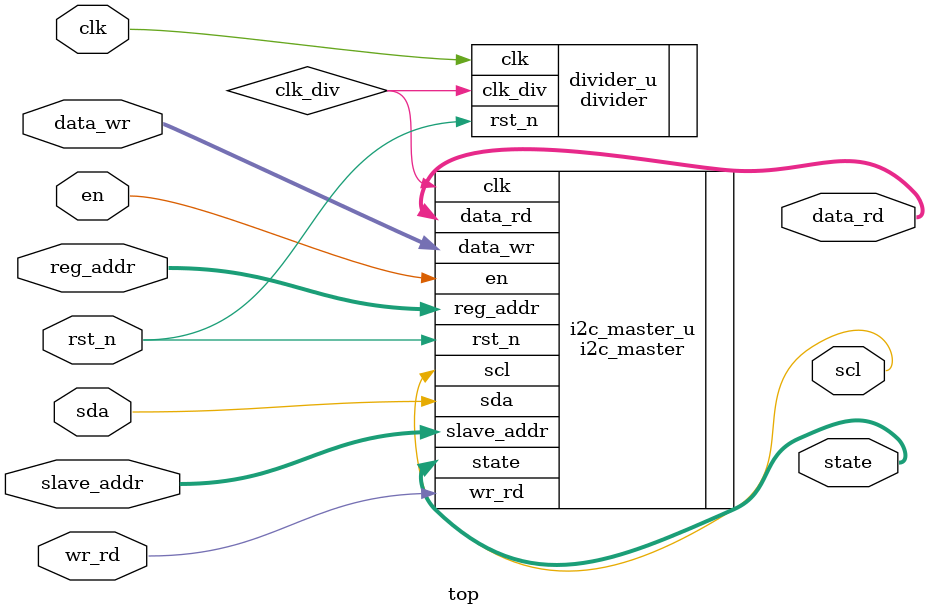
<source format=v>
`timescale 1ns / 1ps

module top(
    input        clk,         // Ê±ÖÓ
	input        rst_n,       // ¸´Î»ÐÅºÅ£¬µÍÓÐÐ§
	input        en,          // Ê¹ÄÜÐÅºÅ
	
	input        wr_rd,       // ¶ÁÐ´Î»£¬0Ð´1¶Á
	input  [6:0] slave_addr,  // ´Ó»úµØÖ·
	input  [7:0] reg_addr,    // ¼Ä´æÆ÷µØÖ·
	input  [7:0] data_wr,     // ´ýÐ´ÈëÊý¾Ý
	output [7:0] data_rd,     // ¶ÁÈ¡Êý¾Ý
	
	output [7:0] state,
	
	output       scl,
	inout        sda
);

wire      clk_div;

divider divider_u
(
	.clk(clk),
	.rst_n(rst_n),
	// .rst(1'b0),
	.clk_div(clk_div)
);

i2c_master i2c_master_u
(
	.clk(clk_div),
	.rst_n(rst_n),
	//.rst(1'b0),
	.en(en),
	//.en(1'b1),
	.wr_rd(wr_rd),
	//.wr_rd(1'b0),
	.slave_addr(slave_addr),
	//.slave_addr(7'h29),
	.reg_addr(reg_addr),
	//.reg_addr(8'h5E),
	.data_wr(data_wr),
	//.data_wr(8'b11100001),
	.data_rd(data_rd),
	
	.state(state),
	
	.scl(scl),
	.sda(sda)
);


//ila_0 your_instance_name (
//	.clk(clk), // input wire clk


//	.probe0(scl), // input wire [0:0]  probe0  
//	.probe1(sda), // input wire [0:0]  probe1
//    .probe2(state), // input wire [7:0]  probe2 
//    .probe3(data_rd) // input wire [7:0]  probe3
//);


endmodule

</source>
